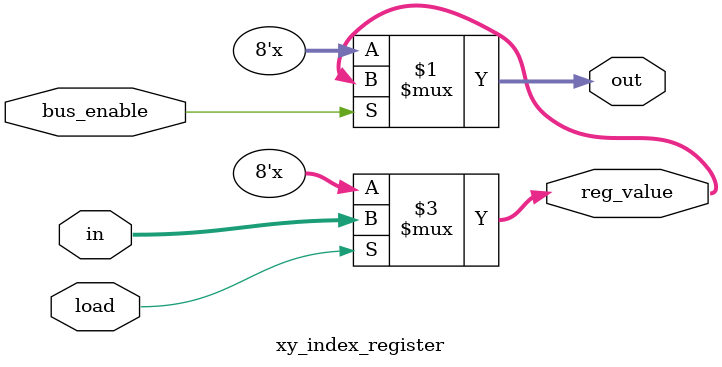
<source format=v>
/*
 *                                          XY_INDEX_REGISTER
 *
 *                                   Copyright (c) 2021 Kevin Lynch
 *                             This file is licensed under the MIT license
 *
 *  The x and y index registers are tri-state latches similar to a 74LS373
 *
 * Data is loaded when the load input is 1.
 * Loaded data is passed to the output when bus_enable is 1, otherwise the output is z.
 * The reg_value is an output so that it can be renamed outside this module in order to
 * easily distinguish between the x and y register values.
 */
module xy_index_register(load, bus_enable, in, out, reg_value);

  parameter WIDTH = 8;

  input load;
  input bus_enable;
  input [WIDTH-1: 0] in;
  output [WIDTH-1: 0] out;
  output reg [WIDTH-1: 0] reg_value;

  assign out = (bus_enable) ? reg_value : {WIDTH{1'bz}};

  always @(load or in)
    if (load)
      reg_value <= in;

endmodule

</source>
